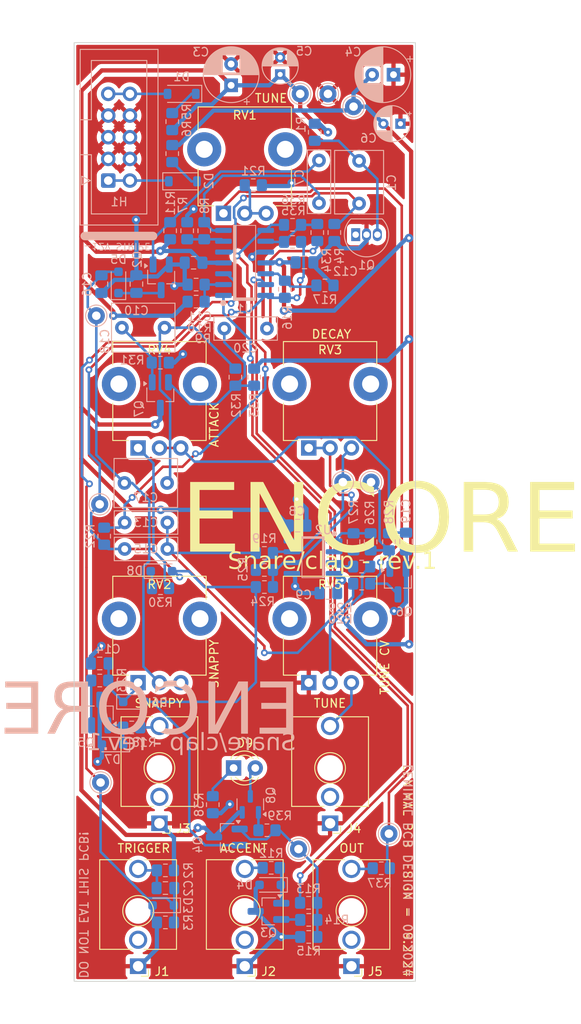
<source format=kicad_pcb>
(kicad_pcb (version 20240108) (generator "pcbnew") (generator_version "8.0")
  (layers (0 "F.Cu" signal) (31 "B.Cu" signal) (34 "B.Paste" user) (35 "F.Paste" user) (36 "B.SilkS" user "B.Silkscreen") (37 "F.SilkS" user "F.Silkscreen") (38 "B.Mask" user) (39 "F.Mask" user) (44 "Edge.Cuts" user))
  (net 0 "")
  (net 1 "+12V")
  (net 2 "GNDREF")
  (net 3 "-12V")
  (net 4 "Net-(D1-K)")
  (net 5 "Net-(D2-K)")
  (net 6 "Net-(D3-K)")
  (net 7 "Net-(U1B-+)")
  (net 8 "Net-(D5-K)")
  (net 9 "Net-(C7-Pad1)")
  (net 10 "Net-(D5-A)")
  (net 11 "Net-(D7-K)")
  (net 12 "Net-(C13-Pad2)")
  (net 13 "Net-(Q7-B)")
  (net 14 "Net-(Q7-E)")
  (net 15 "Net-(C20-Pad2)")
  (net 16 "Net-(D4-K)")
  (net 17 "Net-(D6-K)")
  (net 18 "Net-(D8-K)")
  (net 20 "Net-(J4-PadT)")
  (net 22 "Net-(J5-PadT)")
  (net 23 "Net-(Q1-E)")
  (net 24 "Net-(Q6-B)")
  (net 25 "Net-(Q6-C)")
  (net 26 "Net-(U1D-+)")
  (net 27 "Net-(U2B--)")
  (net 28 "Net-(R26-Pad2)")
  (net 29 "Net-(U2A--)")
  (net 30 "Net-(U2A-+)")
  (net 32 "Net-(U1C--)")
  (net 33 "Net-(U1D--)")
  (net 34 "Net-(U1A--)")
  (net 35 "Net-(U1B--)")
  (net 36 "Net-(C2-Pad1)")
  (net 37 "Net-(Q2-B)")
  (net 38 "Net-(D6-A)")
  (net 39 "Net-(C17-Pad2)")
  (net 40 "Net-(C19-Pad1)")
  (net 41 "Net-(D1-A)")
  (net 42 "Net-(D2-A)")
  (net 44 "Net-(J3-PadT)")
  (net 45 "Net-(Q3-E)")
  (net 46 "Net-(Q4-B)")
  (net 47 "Net-(Q5-E)")
  (net 48 "Net-(R13-Pad2)")
  (net 49 "Net-(R19-Pad2)")
  (net 50 "Net-(R21-Pad2)")
  (net 51 "Net-(R29-Pad2)")
  (net 52 "Net-(R30-Pad1)")
  (net 53 "Net-(R36-Pad2)")
  (net 55 "Net-(J2-PadT)")
  (net 57 "Net-(D9-A)")
  (net 58 "Net-(D9-K)")
  (net 59 "Net-(Q8-B)")
  (footprint "Synth:Potentiometer_TT_P0915N" (layer "F.Cu") (at 80 117.5)
    (property "Reference" "RV5")
    (property "Value" "B100K")
  )
  (footprint "Synth:Jack_3.5mm_QingPu_WQP-PJ398SM_Vertical_CircularHoles" (layer "F.Cu") (at 80 135 180)
    (property "Reference" "J4")
    (property "Value" "INPUT")
  )
  (footprint "Synth:Potentiometer_TT_P0915N" (layer "F.Cu") (at 80 90)
    (property "Reference" "RV3")
    (property "Value" "B250K")
  )
  (footprint "Synth:Jack_3.5mm_QingPu_WQP-PJ398SM_Vertical_CircularHoles" (layer "F.Cu") (at 60 135 180)
    (property "Reference" "J3")
    (property "Value" "INPUT")
  )
  (footprint "Synth:Potentiometer_TT_P0915N" (layer "F.Cu") (at 60 117.5)
    (property "Reference" "RV2")
    (property "Value" "A100K")
  )
  (footprint "Synth:Potentiometer_TT_P0915N" (layer "F.Cu") (at 70 62.5)
    (property "Reference" "RV1")
    (property "Value" "B5K")
  )
  (footprint "Synth:Potentiometer_TT_P0915N" (layer "F.Cu") (at 60 90)
    (property "Reference" "RV4")
    (property "Value" "B5K")
  )
  (footprint "Synth:Jack_3.5mm_QingPu_WQP-PJ398SM_Vertical_CircularHoles" (layer "F.Cu") (at 57.5 151.75 180)
    (property "Reference" "J1")
    (property "Value" "INPUT")
  )
  (footprint "Synth:Jack_3.5mm_QingPu_WQP-PJ398SM_Vertical_CircularHoles" (layer "F.Cu") (at 70 151.75 180)
    (property "Reference" "J2")
    (property "Value" "INPUT")
  )
  (footprint "Synth:Jack_3.5mm_QingPu_WQP-PJ398SM_Vertical_CircularHoles" (layer "F.Cu") (at 82.5 151.75 180)
    (property "Reference" "J5")
    (property "Value" "OUTPUT")
  )
  (footprint "Synth:LED_D3.0mm" (layer "F.Cu") (at 70 135)
    (property "Reference" "D9")
    (property "Value" "RED_OUT_20mA")
  )
  (footprint "Resistor_SMD:R_0805_2012Metric_Pad1.20x1.40mm_HandSolder" (layer "B.Cu") (at 68.9 89.2 90)
    (property "Reference" "R32")
    (property "Value" "22K")
  )
  (footprint "Resistor_SMD:R_0805_2012Metric_Pad1.20x1.40mm_HandSolder" (layer "B.Cu") (at 72.3 111.795)
    (property "Reference" "R25")
    (property "Value" "47K")
  )
  (footprint "Capacitor_THT:CP_Radial_D6.3mm_P2.50mm" (layer "B.Cu") (at 87.43238 53.75 180)
    (property "Reference" "C4")
    (property "Value" "47uF")
  )
  (footprint "Diode_SMD:D_SOD-123" (layer "B.Cu") (at 62.75 66.25)
    (property "Reference" "D2")
    (property "Value" "1N5819")
  )
  (footprint "Package_TO_SOT_SMD:SOT-23_Handsoldering" (layer "B.Cu") (at 60.1 91.3 -90)
    (property "Reference" "Q7")
    (property "Value" "BC848")
  )
  (footprint "Package_TO_SOT_SMD:SOT-23_Handsoldering" (layer "B.Cu") (at 67.9 143.1 180)
    (property "Reference" "Q4")
    (property "Value" "BC848")
  )
  (footprint "Capacitor_SMD:C_0805_2012Metric_Pad1.18x1.45mm_HandSolder" (layer "B.Cu") (at 53.2 78.3 -90)
    (property "Reference" "C16")
    (property "Value" "2.2nF")
  )
  (footprint "Resistor_SMD:R_0805_2012Metric_Pad1.20x1.40mm_HandSolder" (layer "B.Cu") (at 84.75 108.495 90)
    (property "Reference" "R26")
    (property "Value" "47K")
  )
  (footprint "Resistor_SMD:R_0805_2012Metric_Pad1.20x1.40mm_HandSolder" (layer "B.Cu") (at 56.75 130.25)
    (property "Reference" "R18")
    (property "Value" "1K")
  )
  (footprint "Capacitor_SMD:C_0805_2012Metric_Pad1.18x1.45mm_HandSolder" (layer "B.Cu") (at 60.7 149.07)
    (property "Reference" "C2")
    (property "Value" "10nF")
  )
  (footprint "Synth:C_RECT_WIMA_0.1uF" (layer "B.Cu") (at 78.7 68.8 90)
    (property "Reference" "C7")
    (property "Value" "33nF [film]")
  )
  (footprint "Capacitor_SMD:C_0805_2012Metric_Pad1.18x1.45mm_HandSolder" (layer "B.Cu") (at 64 75.79 180)
    (property "Reference" "C11")
    (property "Value" "0.1uF")
  )
  (footprint "Synth:C_RECT_WIMA_0.1uF" (layer "B.Cu") (at 60.925 109.335 180)
    (property "Reference" "C15")
    (property "Value" "33nF [film]")
  )
  (footprint "Resistor_SMD:R_0805_2012Metric_Pad1.20x1.40mm_HandSolder" (layer "B.Cu") (at 65.25 72.04 90)
    (property "Reference" "R8")
    (property "Value" "1M")
  )
  (footprint "Connector_Pin:Pin_D1.0mm_L10.0mm" (layer "B.Cu") (at 86.9 142.7 -90)
    (property "Reference" "TP11" (hide yes))
    (property "Value" "OUTPUT")
  )
  (footprint "Resistor_SMD:R_0805_2012Metric_Pad1.20x1.40mm_HandSolder" (layer "B.Cu") (at 86 146.75 180)
    (property "Reference" "R37")
    (property "Value" "1K")
  )
  (footprint "Diode_SMD:D_SOD-323_HandSoldering" (layer "B.Cu") (at 55.2 78.1 90)
    (property "Reference" "D5")
    (property "Value" "1N4148WS")
  )
  (footprint "Resistor_SMD:R_0805_2012Metric_Pad1.20x1.40mm_HandSolder" (layer "B.Cu") (at 60.125 113.935 180)
    (property "Reference" "R30")
    (property "Value" "1K")
  )
  (footprint "Capacitor_SMD:C_0805_2012Metric_Pad1.18x1.45mm_HandSolder" (layer "B.Cu") (at 79.8 114.5)
    (property "Reference" "C9")
    (property "Value" "0.1uF")
  )
  (footprint "Diode_SMD:D_SOD-323_HandSoldering" (layer "B.Cu") (at 72.98 148.7 180)
    (property "Reference" "D4")
    (property "Value" "1N4148WS")
  )
  (footprint "Capacitor_SMD:C_0805_2012Metric_Pad1.18x1.45mm_HandSolder" (layer "B.Cu") (at 53 122.75 180)
    (property "Reference" "C14")
    (property "Value" "470nF")
  )
  (footprint "Resistor_SMD:R_0805_2012Metric_Pad1.20x1.40mm_HandSolder" (layer "B.Cu") (at 53.525 107.835 -90)
    (property "Reference" "R22")
    (property "Value" "910K")
  )
  (footprint "Connector_Pin:Pin_D1.0mm_L10.0mm" (layer "B.Cu") (at 52.6 82 -90)
    (property "Reference" "TP9" (hide yes))
    (property "Value" "NOISE_OUT")
  )
  (footprint "Resistor_SMD:R_0805_2012Metric_Pad1.20x1.40mm_HandSolder" (layer "B.Cu") (at 64.3 78.35)
    (property "Reference" "R10")
    (property "Value" "33K")
  )
  (footprint "Resistor_SMD:R_0805_2012Metric_Pad1.20x1.40mm_HandSolder" (layer "B.Cu") (at 71 66.7 180)
    (property "Reference" "R21")
    (property "Value" "470R")
  )
  (footprint "Capacitor_THT:CP_Radial_D4.0mm_P2.00mm" (layer "B.Cu") (at 88.25 59.5 180)
    (property "Reference" "C6")
    (property "Value" "0.1uF")
  )
  (footprint "Diode_SMD:D_SOD-323_HandSoldering" (layer "B.Cu") (at 60.45 151.1 180)
    (property "Reference" "D3")
    (property "Value" "1N4148WS")
  )
  (footprint "Synth:C_RECT_WIMA_0.1uF" (layer "B.Cu") (at 55.925 106.235)
    (property "Reference" "C13")
    (property "Value" "33nF [film]")
  )
  (footprint "Connector_Pin:Pin_D1.0mm_L10.0mm" (layer "B.Cu") (at 82.75 57.5 180)
    (property "Reference" "TP5" (hide yes))
    (property "Value" "-12V")
  )
  (footprint "Capacitor_SMD:C_0805_2012Metric_Pad1.18x1.45mm_HandSolder" (layer "B.Cu") (at 76.2 106.595)
    (property "Reference" "C8")
    (property "Value" "0.1uF")
  )
  (footprint "Connector_Pin:Pin_D1.0mm_L10.0mm" (layer "B.Cu") (at 76.3 144.5 180)
    (property "Reference" "TP2" (hide yes))
    (property "Value" "TRIGGER")
  )
  (footprint "Resistor_SMD:R_0805_2012Metric_Pad1.20x1.40mm_HandSolder" (layer "B.Cu") (at 71.1 89.2 90)
    (property "Reference" "R33")
    (property "Value" "22K")
  )
  (footprint "Synth:C_RECT_MKT_1uF" (layer "B.Cu") (at 83.4 63.85 -90)
    (property "Reference" "C1")
    (property "Value" "1uF [film]")
  )
  (footprint "Capacitor_THT:CP_Radial_D6.3mm_P2.50mm" (layer "B.Cu") (at 68.4 55 90)
    (property "Reference" "C3")
    (property "Value" "47uF")
  )
  (footprint "Connector_Pin:Pin_D1.0mm_L10.0mm" (layer "B.Cu") (at 76.5 56 180)
    (property "Reference" "TP3" (hide yes))
    (property "Value" "+12V")
  )
  (footprint "Package_TO_SOT_THT:TO-92_Inline" (layer "B.Cu") (at 83 72.5)
    (property "Reference" "Q1")
    (property "Value" "BC548 [noisy]")
  )
  (footprint "Resistor_SMD:R_0805_2012Metric_Pad1.20x1.40mm_HandSolder" (layer "B.Cu") (at 73.1 146.7 180)
    (property "Reference" "R12")
    (property "Value" "1K")
  )
  (footprint "Resistor_SMD:R_0805_2012Metric_Pad1.20x1.40mm_HandSolder" (layer "B.Cu") (at 75.6 71.35 180)
    (property "Reference" "R36")
    (property "Value" "33K")
  )
  (footprint "Resistor_SMD:R_0805_2012Metric_Pad1.20x1.40mm_HandSolder" (layer "B.Cu") (at 77.48 150.8 180)
    (property "Reference" "R13")
    (property "Value" "100K")
  )
  (footprint "Synth:C_RECT_MKT_1uF" (layer "B.Cu") (at 60.6 83.4 180)
    (property "Reference" "C18")
    (property "Value" "1nF [film]")
  )
  (footprint "Resistor_SMD:R_0805_2012Metric_Pad1.20x1.40mm_HandSolder" (layer "B.Cu") (at 77.5 154.8)
    (property "Reference" "R15")
    (property "Value" "120K")
  )
  (footprint "Diode_SMD:D_SOD-323_HandSoldering" (layer "B.Cu") (at 54.5 132.25 180)
    (property "Reference" "D7")
    (property "Value" "1N4148WS")
  )
  (footprint "Resistor_SMD:R_0805_2012Metric_Pad1.20x1.40mm_HandSolder" (layer "B.Cu") (at 60.1 87.5)
    (property "Reference" "R31")
    (property "Value" "100K")
  )
  (footprint "Resistor_SMD:R_0805_2012Metric_Pad1.20x1.40mm_HandSolder" (layer "B.Cu") (at 72.3 109.795)
    (property "Reference" "R19")
    (property "Value" "470K")
  )
  (footprint "Diode_SMD:D_SOD-323_HandSoldering" (layer "B.Cu") (at 60.225 111.935)
    (property "Reference" "D8")
    (property "Value" "1N4148WS")
  )
  (footprint "Capacitor_THT:CP_Radial_D4.0mm_P2.00mm" (layer "B.Cu") (at 74.15 53.7226 90)
    (property "Reference" "C5")
    (property "Value" "0.1uF")
  )
  (footprint "Diode_SMD:D_SOD-323_HandSoldering" (layer "B.Cu") (at 57 127.25)
    (property "Reference" "D6")
    (property "Value" "1N4148WS")
  )
  (footprint "Resistor_SMD:R_0805_2012Metric_Pad1.20x1.40mm_HandSolder" (layer "B.Cu") (at 66.25 139.3 90)
    (property "Reference" "R38")
    (property "Value" "470R")
  )
  (footprint "Connector_Pin:Pin_D1.0mm_L10.0mm" (layer "B.Cu") (at 53.1 136.7)
    (property "Reference" "TP1" (hide yes))
    (property "Value" "TRIG_IN")
  )
  (footprint "Resistor_SMD:R_0805_2012Metric_Pad1.20x1.40mm_HandSolder" (layer "B.Cu") (at 61.25 72.04 -90)
    (property "Reference" "R11")
    (property "Value" "1M")
  )
  (footprint "Synth:SOIC-8" (layer "B.Cu") (at 78 110.295 180)
    (property "Reference" "U2")
    (property "Value" "TL072")
  )
  (footprint "Resistor_SMD:R_0805_2012Metric_Pad1.20x1.40mm_HandSolder" (layer "B.Cu") (at 83.7 111.395)
    (property "Reference" "R29")
    (property "Value" "1K")
  )
  (footprint "Resistor_SMD:R_0805_2012Metric_Pad1.20x1.40mm_HandSolder" (layer "B.Cu") (at 74.7 78.9 -90)
    (property "Reference" "R16")
    (property "Value" "10K")
  )
  (footprint "Synth:C_RECT_WIMA_0.1uF" (layer "B.Cu") (at 67.6 83.5)
    (property "Reference" "C20")
    (property "Value" "10nF [film]")
  )
  (footprint "Resistor_SMD:R_0805_2012Metric_Pad1.20x1.40mm_HandSolder" (layer "B.Cu") (at 78.5 72.25 90)
    (property "Reference" "R34")
    (property "Value" "10K")
  )
  (footprint "Connector_Pin:Pin_D1.0mm_L10.0mm" (layer "B.Cu") (at 53 104.1 180)
    (property "Reference" "TP10" (hide yes))
    (property "Value" "TUNE_INPUT")
  )
  (footprint "Resistor_SMD:R_0805_2012Metric_Pad1.20x1.40mm_HandSolder" (layer "B.Cu") (at 61.5 59.25 -90)
    (property "Reference" "R5")
    (property "Value" "10R")
  )
  (footprint "Resistor_SMD:R_0805_2012Metric_Pad1.20x1.40mm_HandSolder" (layer "B.Cu") (at 83.7 113.395 180)
    (property "Reference" "R20")
    (property "Value" "330R")
  )
  (footprint "Capacitor_SMD:C_0805_2012Metric_Pad1.18x1.45mm_HandSolder" (layer "B.Cu") (at 88.9 108.4575 -90)
    (property "Reference" "C19")
    (property "Value" "470nF")
  )
  (footprint "Capacitor_SMD:C_0805_2012Metric_Pad1.18x1.45mm_HandSolder" (layer "B.Cu") (at 57.3 78.2875 90)
    (property "Reference" "C10")
    (property "Value" "2.2nF")
  )
  (footprint "Synth:C_RECT_MKT_1uF" (layer "B.Cu") (at 55.9 101.6)
    (property "Reference" "C17")
    (property "Value" "1nF [film]")
  )
  (footprint "Resistor_SMD:R_0805_2012Metric_Pad1.20x1.40mm_HandSolder" (layer "B.Cu") (at 61.5 63 90)
    (property "Reference" "R6")
    (property "Value" "10R")
  )
  (footprint "Resistor_SMD:R_0805_2012Metric_Pad1.20x1.40mm_HandSolder" (layer "B.Cu") (at 86.9 108.495 90)
    (property "Reference" "R28")
    (property "Value" "27K")
  )
  (footprint "Capacitor_SMD:C_0805_2012Metric_Pad1.18x1.45mm_HandSolder" (layer "B.Cu") (at 77 75.75 180)
    (property "Reference" "C12")
    (property "Value" "0.1uF")
  )
  (footprint "Synth:IDC-Header_2x05_P2.54mm_Vertical" (layer "B.Cu") (at 54 66.16)
    (property "Reference" "H1")
    (property "Value" "Conn_02x05_PWR_Eurorack")
  )
  (footprint "Resistor_SMD:R_0805_2012Metric_Pad1.20x1.40mm_HandSolder" (layer "B.Cu") (at 53 124.75 180)
    (property "Reference" "R23")
    (property "Value" "22K")
  )
  (footprint "Connector_Pin:Pin_D1.0mm_L10.0mm" (layer "B.Cu") (at 81.5 101.5 180)
    (property "Reference" "TP7" (hide yes))
    (property "Value" "DECAY")
  )
  (footprint "Resistor_SMD:R_0805_2012Metric_Pad1.20x1.40mm_HandSolder" (layer "B.Cu") (at 72.6 142.3 180)
    (property "Reference" "R39")
    (property "Value" "22K")
  )
  (footprint "Resistor_SMD:R_0805_2012Metric_Pad1.20x1.40mm_HandSolder" (layer "B.Cu") (at 64.3 80.35 180)
    (property "Reference" "R9")
    (property "Value" "100K")
  )
  (footprint "Diode_SMD:D_SOD-123" (layer "B.Cu") (at 62.6 56 180)
    (property "Reference" "D1")
    (property "Value" "1N5819")
  )
  (footprint "Resistor_SMD:R_0805_2012Metric_Pad1.20x1.40mm_HandSolder" (layer "B.Cu") (at 79.4 78.45)
    (property "Reference" "R17")
    (property "Value" "1K")
  )
  (footprint "Resistor_SMD:R_0805_2012Metric_Pad1.20x1.40mm_HandSolder" (layer "B.Cu") (at 77.5 152.8 180)
    (property "Reference" "R14")
    (property "Value" "22K")
  )
  (footprint "Resistor_SMD:R_0805_2012Metric_Pad1.20x1.40mm_HandSolder" (layer "B.Cu") (at 80.5 72.25 -90)
    (property "Reference" "R4")
    (property "Value" "100K")
  )
  (footprint "Package_TO_SOT_SMD:SOT-23_Handsoldering" (layer "B.Cu") (at 72.78 151.8 180)
    (property "Reference" "Q3")
    (property "Value" "BC858")
  )
  (footprint "Resistor_SMD:R_0805_2012Metric_Pad1.20x1.40mm_HandSolder" (layer "B.Cu") (at 63.25 72.04 -90)
    (property "Reference" "R7")
    (property "Value" "22K")
  )
  (footprint "Resistor_SMD:R_0805_2012Metric_Pad1.20x1.40mm_HandSolder" (layer "B.Cu") (at 78.2 60.5 -90)
    (property "Reference" "R1")
    (property "Value" "100K")
  )
  (footprint "Package_TO_SOT_SMD:SOT-23_Handsoldering" (layer "B.Cu") (at 87.95 113.16 -90)
    (property "Reference" "Q6")
    (property "Value" "BC848")
  )
  (footprint "Resistor_SMD:R_0805_2012Metric_Pad1.20x1.40mm_HandSolder" (layer "B.Cu") (at 75.6 73.35)
    (property "Reference" "R35")
    (property "Value" "100K")
  )
  (footprint "Resistor_SMD:R_0805_2012Metric_Pad1.20x1.40mm_HandSolder" (layer "B.Cu") (at 60.7 147)
    (property "Reference" "R2")
    (property "Value" "100K")
  )
  (footprint "Resistor_SMD:R_0805_2012Metric_Pad1.20x1.40mm_HandSolder" (layer "B.Cu") (at 82.75 108.495 -90)
    (property "Reference" "R27")
    (property "Value" "1K")
  )
  (footprint "Package_TO_SOT_SMD:SOT-23_Handsoldering" (layer "B.Cu") (at 53 128.5 90)
    (property "Reference" "Q5")
    (property "Value" "BC858")
  )
  (footprint "Connector_Pin:Pin_D1.0mm_L10.0mm" (layer "B.Cu") (at 84.8 101.5 180)
    (property "Reference" "TP8" (hide yes))
    (property "Value" "TUNE_CV")
  )
  (footprint "Resistor_SMD:R_0805_2012Metric_Pad1.20x1.40mm_HandSolder" (layer "B.Cu") (at 72.3 113.795 180)
    (property "Reference" "R24")
    (property "Value" "47K")
  )
  (footprint "Resistor_SMD:R_0805_2012Metric_Pad1.20x1.40mm_HandSolder" (layer "B.Cu") (at 60.7 153.1 180)
    (property "Reference" "R3")
    (property "Value" "39K")
  )
  (footprint "Synth:SOIC-14" (layer "B.Cu") (at 69.975 75.81)
    (property "Reference" "U1")
    (property "Value" "TL074")
  )
  (footprint "Package_TO_SOT_SMD:SOT-23_Handsoldering" (layer "B.Cu") (at 60.2 77.5 -90)
    (property "Reference" "Q2")
    (property "Value" "BC848")
  )
  (footprint "Package_TO_SOT_SMD:SOT-23" (layer "B.Cu") (at 70.65 139.2625 90)
    (property "Reference" "Q8")
    (property "Value" "BC848")
  )
  (footprint "Connector_Pin:Pin_D1.0mm_L10.0mm" (layer "B.Cu") (at 79.75 56 180)
    (property "Reference" "TP4" (hide yes))
    (property "Value" "GND")
  )
  (gr_rect (start 50 50) (end 90 160) (stroke (width 0.1)) (fill none) (layer "Edge.Cuts"))
  (gr_text "DO NOT EAT THIS PCB!" (at 50.5 159.75 -90) (layer "B.SilkS") (effects (font (size 1 1)) (justify left bottom mirror)))
  (gr_text "LENIMAL PCB DESIGN - 09.2024" (at 89.75 147 90) (layer "B.SilkS") (effects (font (size 1 1)) (justify bottom mirror)))
  (gr_text "ENCORE" (at 76.5 132 0) (layer "B.SilkS") (effects (font (size 6 6)) (justify left bottom mirror)))
  (gr_text "Snare/clap - rev.1" (at 76 133.25 -0) (layer "B.SilkS") (effects (font (size 2 2)) (justify left bottom mirror)))
  (gr_text "LENIMAL PCB DESIGN - 09.2024" (at 88.5 147 -90) (layer "F.SilkS") (effects (font (size 1 1)) (justify bottom)))
  (gr_text "TRIGGER" (at 55 145 0) (layer "F.SilkS") (effects (font (size 1 1)) (justify left bottom)))
  (gr_text "Snare/clap - rev.1" (at 68 112 0) (layer "F.SilkS") (effects (font (size 2 2)) (justify left bottom)))
  (gr_text "SNAPPY" (at 67 125.75 90) (layer "F.SilkS") (effects (font (size 1 1)) (justify left bottom)))
  (gr_text "TUNE CV" (at 87 126.5 90) (layer "F.SilkS") (effects (font (size 1 1)) (justify left bottom)))
  (gr_text "TUNE" (at 71.1 57.1 0) (layer "F.SilkS") (effects (font (size 1 1)) (justify left bottom)))
  (gr_text "OUT" (at 81 145 0) (layer "F.SilkS") (effects (font (size 1 1)) (justify left bottom)))
  (gr_text "SNAPPY" (at 57 128 0) (layer "F.SilkS") (effects (font (size 1 1)) (justify left bottom)))
  (gr_text "TUNE" (at 78 128 0) (layer "F.SilkS") (effects (font (size 1 1)) (justify left bottom)))
  (gr_text "ENCORE" (at 62.5 111 0) (layer "F.SilkS") (effects (font (size 8 8)) (justify left bottom)))
  (gr_text "ACCENT" (at 67 145 0) (layer "F.SilkS") (effects (font (size 1 1)) (justify left bottom)))
  (gr_text "DECAY" (at 77.75 84.75 0) (layer "F.SilkS") (effects (font (size 1 1)) (justify left bottom)))
  (gr_text "ATTACK" (at 67 97.5 90) (layer "F.SilkS") (effects (font (size 1 1)) (justify left bottom)))
  (segment (start 63.655 142.845) (end 64.5 142) (width 0.5) (layer "F.Cu") (net 1))
  (segment (start 54.6 82) (end 54.6 81.5) (width 0.5) (layer "F.Cu") (net 1))
  (segment (start 56.85 104.75) (end 50.85 98.75) (width 0.5) (layer "F.Cu") (net 1))
  (segment (start 66.65 53.25) (end 53.25 53.25) (width 0.5) (layer "F.Cu") (net 1))
  (segment (start 52.6 74.5) (end 50.85 72.75) (width 0.5) (layer "F.Cu") (net 1))
  (segment (start 50.85 77.75) (end 50.85 92.75) (width 0.5) (layer "F.Cu") (net 1))
  (segment (start 50.85 92.75) (end 50.85 98.75) (width 0.5) (layer "F.Cu") (net 1))
  (segment (start 50.85 55.65) (end 50.85 72.75) (width 0.5) (layer "F.Cu") (net 1))
  (segment (start 79.75 60.5) (end 79.25 60.5) (width 0.5) (layer "F.Cu") (net 1))
  (segment (start 68.4 55) (end 66.65 53.25) (width 0.5) (layer "F.Cu") (net 1))
  (segment (start 60.010605 74.5) (end 52.6 74.5) (width 0.5) (layer "F.Cu") (net 1))
  (segment (start 55 141.75) (end 56.095 142.845) (width 0.5) (layer "F.Cu") (net 1))
  (segment (start 79.25 60.5) (end 76.5 57.75) (width 0.5) (layer "F.Cu") (net 1))
  (segment (start 60.1 74.410605) (end 60.010605 74.5) (width 0.5) (layer "F.Cu") (net 1))
  (segment (start 59.5 94.75) (end 52.85 94.75) (width 0.5) (layer "F.Cu") (net 1))
  (segment (start 53.25 53.25) (end 50.85 55.65) (width 0.5) (layer "F.Cu") (net 1))
  (segment (start 50.85 98.75) (end 50.85 137.6) (width 0.5) (layer "F.Cu") (net 1))
  (segment (start 76.5 57.75) (end 76.5 56) (width 0.5) (layer "F.Cu") (net 1))
  (segment (start 50.85 72.75) (end 50.85 77.75) (width 0.5) (layer "F.Cu") (net 1))
  (segment (start 60.15 104.75) (end 56.85 104.75) (width 0.5) (layer "F.Cu") (net 1))
  (segment (start 50.85 137.6) (end 55 141.75) (width 0.5) (layer "F.Cu") (net 1))
  (segment (start 52.85 94.75) (end 50.85 92.75) (width 0.5) (layer "F.Cu") (net 1))
  (segment (start 54.6 81.5) (end 50.85 77.75) (width 0.5) (layer "F.Cu") (net 1))
  (segment (start 56.095 142.845) (end 63.655 142.845) (width 0.5) (layer "F.Cu") (net 1))
  (via (at 64.5 142) (size 1) (drill 0.4) (layers "F.Cu" "B.Cu") (net 1))
  (via (at 60.1 74.410605) (size 1) (drill 0.4) (layers "F.Cu" "B.Cu") (net 1))
  (via (at 59.5 94.75) (size 1) (drill 0.4) (layers "F.Cu" "B.Cu") (net 1))
  (via (at 79.75 60.5) (size 1) (drill 0.4) (layers "F.Cu" "B.Cu") (net 1))
  (via (at 54.6 82) (size 1) (drill 0.4) (layers "F.Cu" "B.Cu") (net 1))
  (via (at 60.15 104.75) (size 1) (drill 0.4) (layers "F.Cu" "B.Cu") (net 1))
  (segment (start 64.5 142) (end 65.3 142) (width 0.5) (layer "B.Cu") (net 1))
  (segment (start 69.3 140.2) (end 69.7 140.2) (width 0.5) (layer "B.Cu") (net 1))
  (segment (start 63.658105 74.410605) (end 65.0375 75.79) (width 0.5) (layer "B.Cu") (net 1))
  (segment (start 60.1 92.8) (end 60.1 94.15) (width 0.5) (layer "B.Cu") (net 1))
  (segment (start 54.6 82) (end 61.65 82) (width 0.5) (layer "B.Cu") (net 1))
  (segment (start 74.15 53.7226) (end 74.2226 53.7226) (width 0.5) (layer "B.Cu") (net 1))
  (segment (start 68.4 55) (end 72.8726 55) (width 0.5) (layer "B.Cu") (net 1))
  (segment (start 74.2226 53.7226) (end 76.5 56) (width 0.5) (layer "B.Cu") (net 1))
  (segment (start 61.25 73.04) (end 61.25 73.260605) (width 0.5) (layer "B.Cu") (net 1))
  (segment (start 72.8726 55) (end 74.15 53.7226) (width 0.5) (layer "B.Cu") (net 1))
  (segment (start 61.25 73.260605) (end 60.1 74.410605) (width 0.5) (layer "B.Cu") (net 1))
  (segment (start 60.1 74.410605) (end 63.658105 74.410605) (width 0.5) (layer "B.Cu") (net 1))
  (segment (start 61.65 82) (end 63.3 80.35) (width 0.5) (layer "B.Cu") (net 1))
  (segment (start 75.1625 108.0275) (end 75.525 108.39) (width 0.5) (layer "B.Cu") (net 1))
  (segment (start 67.48 75.79) (end 67.5 75.81) (width 0.5) (layer "B.Cu") (net 1))
  (segment (start 61.5 60.25) (end 64.5 57.25) (width 0.5) (layer "B.Cu") (net 1))
  (segment (start 60.1 94.15) (end 59.5 94.75) (width 0.5) (layer "B.Cu") (net 1))
  (segment (start 78.2 59.5) (end 78.75 59.5) (width 0.5) (layer "B.Cu") (net 1))
  (segment (start 64.5 57.25) (end 66.15 57.25) (width 0.5) (layer "B.Cu") (net 1))
  (segment (start 65.0375 75.79) (end 67.48 75.79) (width 0.5) (layer "B.Cu") (net 1))
  (segment (start 66.15 57.25) (end 68.4 55) (width 0.5) (layer "B.Cu") (net 1))
  (segment (start 75.1625 106.595) (end 75.1625 108.0275) (width 0.5) (layer "B.Cu") (net 1))
  (segment (start 78.75 59.5) (end 79.75 60.5) (width 0.5) (layer "B.Cu") (net 1))
  (segment (start 66.4 143.1) (end 69.3 140.2) (width 0.5) (layer "B.Cu") (net 1))
  (segment (start 60.15 104.75) (end 73.3175 104.75) (width 0.5) (layer "B.Cu") (net 1))
  (segment (start 73.3175 104.75) (end 75.1625 106.595) (width 0.5) (layer "B.Cu") (net 1))
  (segment (start 65.3 142) (end 66.4 143.1) (width 0.5) (layer "B.Cu") (net 1))
  (via (at 76.1 103.5) (size 1) (drill 0.4) (layers "F.Cu" "B.Cu") (net 2))
  (via (at 75.5 66.45) (size 1) (drill 0.4) (layers "F.Cu" "B.Cu") (net 2))
  (via (at 70.86791 75.1) (size 1) (drill 0.4) (layers "F.Cu" "B.Cu") (net 2))
  (via (at 64 69.5) (size 1) (drill 0.4) (layers "F.Cu" "B.Cu") (net 2))
  (via (at 68.25 139.25) (size 1) (drill 0.4) (layers "F.Cu" "B.Cu") (net 2))
  (via (at 57.25 70.75) (size 1) (drill 0.4) (layers "F.Cu" "B.Cu") (net 2))
  (via (at 53.2 120.7) (size 1) (drill 0.4) (layers "F.Cu" "B.Cu") (net 2))
  (via (at 87.5 116.6) (size 1) (drill 0.4) (layers "F.Cu" "B.Cu") (net 2))
  (via (at 62.75 86.5) (size 1) (drill 0.4) (layers "F.Cu" "B.Cu") (net 2))
  (via (at 52.75 134.25) (size 1) (drill 0.4) (layers "F.Cu" "B.Cu") (net 2))
  (via (at 75.9 113.7) (size 1) (drill 0.4) (layers "F.Cu" "B.Cu") (net 2))
  (via (at 61.75 78.5) (size 1) (drill 0.4) (layers "F.Cu" "B.Cu") (net 2))
  (via (at 74.28 154.8) (size 1) (drill 0.4) (layers "F.Cu" "B.Cu") (net 2))
  (segment (start 77.2375 104.6375) (end 76.1 103.5) (width 0.5) (layer "B.Cu") (net 2))
  (segment (start 53 127) (end 53 132) (width 0.5) (layer "B.Cu") (net 2))
  (segment (start 57.67 158.23) (end 57.5 158.23) (width 0.5) (layer "B.Cu") (net 2))
  (segment (start 88.9 109.595) (end 89 109.495) (width 0.5) (layer "B.Cu") (net 2))
  (segment (start 61.1 87.5) (end 61.75 87.5) (width 0.5) (layer "B.Cu") (net 2))
  (segment (start 75.5 66.45) (end 75.15 66.8) (width 0.5) (layer "B.Cu") (net 2))
  (segment (start 61.9 78.35) (end 61.75 78.5) (width 0.5) (layer "B.Cu") (net 2))
  (segment (start 61.15 76) (end 59.75 77.4) (width 0.5) (layer "B.Cu") (net 2))
  (segment (start 75.9 113.7) (end 76.7 114.5) (width 0.5) (layer "B.Cu") (net 2))
  (segment (start 70.17 158.23) (end 70 158.23) (width 0.5) (layer "B.Cu") (net 2))
  (segment (start 57.45 77.4) (end 57.3 77.25) (width 0.5) (layer "B.Cu") (net 2))
  (segment (start 59.2 152.6) (end 59.7 153.1) (width 0.5) (layer "B.Cu") (net 2))
  (segment (start 67.2 140.3) (end 68.25 139.25) (width 0.5) (layer "B.Cu") (net 2))
  (segment (start 76.7 114.5) (end 78.7625 114.5) (width 0.5) (layer "B.Cu") (net 2))
  (segment (start 56.75 77.8) (end 54.7375 77.8) (width 0.5) (layer "B.Cu") (net 2))
  (segment (start 78.0375 76.0875) (end 80.4 78.45) (width 0.5) (layer "B.Cu") (net 2))
  (segment (start 53.25 132.25) (end 53.25 133.75) (width 0.5) (layer "B.Cu") (net 2))
  (segment (start 53 132) (end 53.25 132.25) (width 0.5) (layer "B.Cu") (net 2))
  (segment (start 72.1 66.8) (end 72 66.7) (width 0.5) (layer "B.Cu") (net 2))
  (segment (start 57.3 77.25) (end 56.75 77.8) (width 0.5) (layer "B.Cu") (net 2))
  (segment (start 83.4 74.1) (end 84.27 73.23) (width 0.5) (layer "B.Cu") (net 2))
  (segment (start 61.75 87.5) (end 62.75 86.5) (width 0.5) (layer "B.Cu") (net 2))
  (segment (start 62.9625 75.79) (end 62.9625 78.0125) (width 0.5) (layer "B.Cu") (net 2))
  (segment (start 66.25 140.3) (end 67.2 140.3) (width 0.5) (layer "B.Cu") (net 2))
  (segment (start 59.75 77.4) (end 57.45 77.4) (width 0.5) (layer "B.Cu") (net 2))
  (segment (start 81.35 74.1) (end 83.4 74.1) (width 0.5) (layer "B.Cu") (net 2))
  (segment (start 57.3 70.8) (end 57.25 70.75) (width 0.5) (layer "B.Cu") (net 2))
  (segment (start 53.25 133.75) (end 52.75 134.25) (width 0.5) (layer "B.Cu") (net 2))
  (segment (start 61.7 147) (end 61.7 143.18) (width 0.5) (layer "B.Cu") (net 2))
  (segment (start 53.2 120.7) (end 51.9625 121.9375) (width 0.5) (layer "B.Cu") (net 2))
  (segment (start 59.2 151.1) (end 59.2 152.6) (width 0.5) (layer "B.Cu") (net 2))
  (segment (start 75.9 112.575) (end 75.9 113.7) (width 0.5) (layer "B.Cu") (net 2))
  (segment (start 71.28 151.8) (end 71.28 149.15) (width 0.5) (layer "B.Cu") (net 2))
  (segment (start 51.9625 121.9375) (end 51.9625 122.75) (width 0.5) (layer "B.Cu") (net 2))
  (segment (start 88.9 111.66) (end 88.9 109.595) (width 0.5) (layer "B.Cu") (net 2))
  (segment (start 63.3 78.35) (end 61.9 78.35) (width 0.5) (layer "B.Cu") (net 2))
  (segment (start 54.7375 77.8) (end 53.2 79.3375) (width 0.5) (layer "B.Cu") (net 2))
  (segment (start 80.5 73.25) (end 80.5 73.2875) (width 0.5) (layer "B.Cu") (net 2))
  (segment (start 59.7 156.2) (end 57.67 158.23) (width 0.5) (layer "B.Cu") (net 2))
  (segment (start 70.86791 75.1) (end 71.42791 74.54) (width 0.5) (layer "B.Cu") (net 2))
  (segment (start 61.15 76) (end 62.7525 76) (width 0.5) (layer "B.Cu") (net 2))
  (segment (start 75.15 66.8) (end 72.1 66.8) (width 0.5) (layer "B.Cu") (net 2))
  (segment (start 80.5 73.25) (end 81.35 74.1) (width 0.5) (layer "B.Cu") (net 2))
  (segment (start 76.5 154.8) (end 74.28 154.8) (width 0.5) (layer "B.Cu") (net 2))
  (segment (start 74.28 154.8) (end 71.28 151.8) (width 0.5) (layer "B.Cu") (net 2))
  (segment (start 73.6 154.8) (end 70.17 158.23) (width 0.5) (layer "B.Cu") (net 2))
  (segment (start 62.7525 76) (end 62.9625 75.79) (width 0.5) (layer "B.Cu") (net 2))
  (segment (start 80.5 73.2875) (end 78.0375 75.75) (width 0.5) (layer "B.Cu") (net 2))
  (segment (start 61.7 143.18) (end 60 141.48) (width 0.5) (layer "B.Cu") (net 2))
  (segment (start 71.28 149.15) (end 71.73 148.7) (width 0.5) (layer "B.Cu") (net 2))
  (segment (start 84.27 73.23) (end 84.27 72.5) (width 0.5) (layer "B.Cu") (net 2))
  (segment (start 78.0375 75.75) (end 78.0375 76.0875) (width 0.5) (layer "B.Cu") (net 2))
  (segment (start 87.5 116.6) (end 87.88478 116.6) (width 0.5) (layer "B.Cu") (net 2))
  (segment (start 64 69.5) (end 63.25 70.25) (width 0.5) (layer "B.Cu") (net 2))
  (segment (start 62.9625 78.0125) (end 63.3 78.35) (width 0.5) (layer "B.Cu") (net 2))
  (segment (start 57.3 77.25) (end 57.3 70.8) (width 0.5) (layer "B.Cu") (net 2))
  (segment (start 63.25 70.25) (end 63.25 71.04) (width 0.5) (layer "B.Cu") (net 2))
  (segment (start 87.88478 116.6) (end 88.9 115.58478) (width 0.5) (layer "B.Cu") (net 2))
  (segment (start 88.9 115.58478) (end 88.9 111.66) (width 0.5) (layer "B.Cu") (net 2))
  (segment (start 74.28 154.8) (end 73.6 154.8) (width 0.5) (layer "B.Cu") (net 2))
  (segment (start 59.7 153.1) (end 59.7 156.2) (width 0.5) (layer "B.Cu") (net 2))
  (segment (start 75.525 112.2) (end 75.9 112.575) (width 0.5) (layer "B.Cu") (net 2))
  (segment (start 77.2375 106.595) (end 77.2375 104.6375) (width 0.5) (layer "B.Cu") (net 2))
  (segment (start 71.42791 74.54) (end 72.45 74.54) (width 0.5) (layer "B.Cu") (net 2))
  (segment (start 89.25 84.75) (end 89.5 84.75) (width 0.5) (layer "F.Cu") (net 3))
  (segment (start 89.5 72.9) (end 89.5 73.25) (width 0.5) (layer "F.Cu") (net 3))
  (segment (start 74.6 76.25) (end 74.069149 75.719149) (width 0.5) (layer "F.Cu") (net 3))
  (segment (start 89.5 120.25) (end 89.5 84.75) (width 0.5) (layer "F.Cu") (net 3))
  (segment (start 89.25 120.5) (end 89.5 120.25) (width 0.5) (layer "F.Cu") (net 3))
  (segment (start 81.870191 117.670191) (end 81.870191 113.470191) (width 0.5) (layer "F.Cu") (net 3))
  (segment (start 89.5 62.75) (end 89.5 72.9) (width 0.5) (layer "F.Cu") (net 3))
  (segment (start 81.870191 113.470191) (end 81.4 113) (width 0.5) (layer "F.Cu") (net 3))
  (segment (start 86.25 59.5) (end 89.5 62.75) (width 0.5) (layer "F.Cu") (net 3))
  (segment (start 89.5 73.25) (end 89.5 84.75) (width 0.5) (layer "F.Cu") (net 3))
  (segment (start 89.25 72.9) (end 89.5 72.9) (width 0.5) (layer "F.Cu") (net 3))
  (segment (start 74.6 81.4) (end 74.6 76.25) (width 0.5) (layer "F.Cu") (net 3))
  (via (at 81.870191 117.670191) (size 1) (drill 0.4) (layers "F.Cu" "B.Cu") (net 3))
  (via (at 89.25 84.75) (size 1) (drill 0.4) (layers "F.Cu" "B.Cu") (net 3))
  (via (at 81.4 113) (size 1) (drill 0.4) (layers "F.Cu" "B.Cu") (net 3))
  (via (at 74.6 81.4) (size 1) (drill 0.4) (layers "F.Cu" "B.Cu") (net 3))
  (via (at 74.069149 75.719149) (size 1) (drill 0.4) (layers "F.Cu" "B.Cu") (net 3))
  (via (at 89.25 120.5) (size 1) (drill 0.4) (layers "F.Cu" "B.Cu") (net 3))
  (via (at 89.25 72.9) (size 1) (drill 0.4) (layers "F.Cu" "B.Cu") (net 3))
  (segment (start 81.4 113) (end 80.8375 113.5625) (width 0.5) (layer "B.Cu") (net 3))
  (segment (start 81.870191 118.085015) (end 81.870191 117.670191) (width 0.5) (layer "B.Cu") (net 3))
  (segment (start 89.25 72.9) (end 89 72.9) (width 0.5) (layer "B.Cu") (net 3))
  (segment (start 84.25 57.5) (end 86.25 59.5) (width 0.5) (layer "B.Cu") (net 3))
  (segment (start 86.75 87.25) (end 72.05 87.25) (width 0.5) (layer "B.Cu") (net 3))
  (segment (start 80.8375 113.5625) (end 80.8375 114.5) (width 0.5) (layer "B.Cu") (net 3))
  (segment (start 82.75 57.5) (end 82.75 55.93238) (width 0.5) (layer "B.Cu") (net 3))
  (segment (start 75.9625 75.75) (end 72.51 75.75) (width 0.5) (layer "B.Cu") (net 3))
  (segment (start 61.5 62) (end 62.285176 62) (width 0.5) (layer "B.Cu") (net 3))
  (segment (start 81.4 113) (end 81.275 113) (width 0.5) (layer "B.Cu") (net 3))
  (segment (start 72.51 75.75) (end 72.45 75.81) (width 0.5) (layer "B.Cu") (net 3))
  (segment (start 81.275 113) (end 80.475 112.2) (width 0.5) (layer "B.Cu") (net 3))
  (segment (start 89.25 120.5) (end 84.285176 120.5) (width 0.5) (layer "B.Cu") (net 3))
  (segment (start 66.335176 57.95) (end 82.3 57.95) (width 0.5) (layer "B.Cu") (net 3))
  (segment (start 80.5 81.4) (end 74.6 81.4) (width 0.5) (layer "B.Cu") (net 3))
  (segment (start 62.285176 62) (end 66.335176 57.95) (width 0.5) (layer "B.Cu") (net 3))
  (segment (start 82.75 57.5) (end 84.25 57.5) (width 0.5) (layer "B.Cu") (net 3))
  (segment (start 89 72.9) (end 80.5 81.4) (width 0.5) (layer "B.Cu") (net 3))
  (segment (start 82.3 57.95) (end 82.75 57.5) (width 0.5) (layer "B.Cu") (net 3))
  (segment (start 82.75 55.93238) (end 84.93238 53.75) (width 0.5) (layer "B.Cu") (net 3))
  (segment (start 84.285176 120.5) (end 81.870191 118.085015) (width 0.5) (layer "B.Cu") (net 3))
  (segment (start 72.05 87.25) (end 71.1 88.2) (width 0.5) (layer "B.Cu") (net 3))
  (segment (start 89.25 84.75) (end 86.75 87.25) (width 0.5) (layer "B.Cu") (net 3))
  (segment (start 61.5 58.25) (end 63.75 56) (width 0.3) (layer "B.Cu") (net 4))
  (segment (start 63.75 56) (end 64.25 56) (width 0.3) (layer "B.Cu") (net 4))
  (segment (start 61.01 66.16) (end 61.1 66.25) (width 0.3) (layer "B.Cu") (net 5))
  (segment (start 56.54 66.16) (end 61.01 66.16) (width 0.3) (layer "B.Cu") (net 5))
  (segment (start 54 66.16) (end 56.54 66.16) (width 0.3) (layer "B.Cu") (net 5))
  (segment (start 53.9 85.1) (end 51.8 87.2) (width 0.3) (layer "F.Cu") (net 6))
  (segment (start 53.1 136.7) (end 51.45 135.05) (width 0.3) (layer "F.Cu") (net 6))
  (segment (start 61.5 85.1) (end 53.9 85.1) (width 0.3) (layer "F.Cu") (net 6))
  (segment (start 66.2 80.4) (end 61.5 85.1) (width 0.3) (layer "F.Cu") (net 6))
  (segment (start 68.395476 80.570274) (end 68.225202 80.4) (width 0.3) (layer "F.Cu") (net 6))
  (segment (start 51.45 102.05) (end 51.8 101.7) (width 0.3) (layer "F.Cu") (net 6))
  (segment (start 68.225202 80.4) (end 66.2 80.4) (width 0.3) (layer "F.Cu") (net 6))
  (segment (start 51.45 135.05) (end 51.45 111.5) (width 0.3) (layer "F.Cu") (net 6))
  (segment (start 51.45 111.5) (end 51.45 102.05) (width 0.3) (layer "F.Cu") (net 6))
  (via (at 51.8 87.2) (size 0.8) (drill 0.4) (layers "F.Cu" "B.Cu") (net 6))
  (via (at 51.8 101.7) (size 0.8) (drill 0.4) (layers "F.Cu" "B.Cu") (net 6))
  (via (at 68.395476 80.570274) (size 0.8) (drill 0.4) (layers "F.Cu" "B.Cu") (net 6))
  (segment (start 50.9 100.8) (end 51.8 101.7) (width 0.3) (layer "B.Cu") (net 6))
  (segment (start 53.1 144.814213) (end 58.535787 150.25) (width 0.3) (layer "B.Cu") (net 6))
  (segment (start 68.825 80.14075) (end 68.825 77.988738) (width 0.3) (layer "B.Cu") (net 6))
  (segment (start 61.7375 153.0625) (end 61.7 153.1) (width 0.3) (layer "B.Cu") (net 6))
  (segment (start 53.1 136.7) (end 53.1 144.814213) (width 0.3) (layer "B.Cu") (net 6))
  (segment (start 61.7375 149.07) (end 61.7375 153.0625) (width 0.3) (layer "B.Cu") (net 6))
  (segment (start 50.9 88.1) (end 50.9 100.8) (width 0.3) (layer "B.Cu") (net 6))
  (segment (start 67.916262 77.08) (end 67.5 77.08) (width 0.3) (layer "B.Cu") (net 6))
  (segment (start 68.395476 80.570274) (end 68.825 80.14075) (width 0.3) (layer "B.Cu") (net 6))
  (segment (start 58.535787 150.25) (end 60.85 150.25) (width 0.3) (layer "B.Cu") (net 6))
  (segment (start 51.8 87.2) (end 50.9 88.1) (width 0.3) (layer "B.Cu") (net 6))
  (segment (start 60.85 150.25) (end 61.7 151.1) (width 0.3) (layer "B.Cu") (net 6))
  (segment (start 68.825 77.988738) (end 67.916262 77.08) (width 0.3) (layer "B.Cu") (net 6))
  (segment (start 69.85 68.2) (end 70.05 68) (width 0.3) (layer "F.Cu") (net 7))
  (segment (start 82.2 67.65) (end 83.4 68.85) (width 0.3) (layer "F.Cu") (net 7))
  (segment (start 70.05 68) (end 77.873654 68) (width 0.3) (layer "F.Cu") (net 7))
  (segment (start 78.223654 67.65) (end 82.2 67.65) (width 0.3) (layer "F.Cu") (net 7))
  (segment (start 77.873654 68) (end 78.223654 67.65) (width 0.3) (layer "F.Cu") (net 7))
  (via (at 69.85 68.2) (size 0.8) (drill 0.4) (layers "F.Cu" "B.Cu") (net 7))
  (segment (start 68.916116 74.098883) (end 68.916116 70.683883) (width 0.3) (layer "B.Cu") (net 7))
  (segment (start 68.75 69.3) (end 69.85 68.2) (width 0.3) (layer "B.Cu") (net 7))
  (segment (start 68.474999 74.54) (end 68.916116 74.098883) (width 0.3) (layer "B.Cu") (net 7))
  (segment (start 67.5 74.54) (end 68.474999 74.54) (width 0.3) (layer "B.Cu") (net 7))
  (segment (start 68.75 70.517767) (end 68.75 69.3) (width 0.3) (layer "B.Cu") (net 7))
  (segment (start 68.916116 70.683883) (end 68.75 70.517767) (width 0.3) (layer "B.Cu") (net 7))
  (segment (start 81 71.25) (end 80.5 71.25) (width 0.3) (layer "B.Cu") (net 7))
  (segment (start 83.4 68.85) (end 81 71.25) (width 0.3) (layer "B.Cu") (net 7))
  (segment (start 59.85 79.35) (end 60.2 79) (width 0.3) (layer "B.Cu") (net 8))
  (segment (start 55.2 79.35) (end 59.85 79.35) (width 0.3) (layer "B.Cu") (net 8))
  (segment (start 65.25 67.747106) (end 67.397106 65.6) (width 0.3) (layer "B.Cu") (net 9))
  (segment (start 78.7 67.7) (end 78.7 68.8) (width 0.3) (layer "B.Cu") (net 9))
  (segment (start 65.25 71.04) (end 66.21 72) (width 0.3) (layer "B.Cu") (net 9))
  (segment (start 67.397106 65.6) (end 76.6 65.6) (width 0.3) (layer "B.Cu") (net 9))
  (segment (start 65.25 71.04) (end 65.25 67.747106) (width 0.3) (layer "B.Cu") (net 9))
  (segment (start 76.6 65.6) (end 78.7 67.7) (width 0.3) (layer "B.Cu") (net 9))
  (segment (start 66.21 72) (end 67.5 72) (width 0.3) (layer "B.Cu") (net 9))
  (segment (start 53.6125 76.85) (end 53.2 77.2625) (width 0.3) (layer "B.Cu") (net 10))
  (segment (start 58.8 110.754544) (end 58.125 111.429544) (width 0.3) (layer "B.Cu") (net 10))
  (segment (start 58.125 123.125) (end 60 125) (width 0.3) (layer "B.Cu") (net 10))
  (segment (start 53.2 77.2625) (end 51.6 78.8625) (width 0.3) (layer "B.Cu") (net 10))
  (segment (start 58.8 103.6) (end 58.8 110.754544) (width 0.3) (layer "B.Cu") (net 10))
  (segment (start 51.6 81) (end 52.6 82) (width 0.3) (layer "B.Cu") (net 10))
  (segment (start 52.6 98.3) (end 55.9 101.6) (width 0.3) (layer "B.Cu") (net 10))
  (segment (start 58.125 111.429544) (end 58.125 123.125) (width 0.3) (layer "B.Cu") (net 10))
  (segment (start 51.6 78.8625) (end 51.6 81) (width 0.3) (layer "B.Cu") (net 10))
  (segment (start 56.8 101.6) (end 58.8 103.6) (width 0.3) (layer "B.Cu") (net 10))
  (segment (start 55.9 101.6) (end 56.8 101.6) (width 0.3) (layer "B.Cu") (net 10))
  (segment (start 52.6 82) (end 52.6 98.3) (width 0.3) (layer "B.Cu") (net 10))
  (segment (start 55.2 76.85) (end 53.6125 76.85) (width 0.3) (layer "B.Cu") (net 10))
  (segment (start 62.5 125) (end 60 125) (width 0.3) (layer "B.Cu") (net 10))
  (segment (start 55.75 130.25) (end 55.75 132.25) (width 0.3) (layer "B.Cu") (net 11))
  (segment (start 53.95 130) (end 55.5 130) (width 0.3) (layer "B.Cu") (net 11))
  (segment (start 55.5 130) (end 55.75 130.25) (width 0.3) (layer "B.Cu") (net 11))
  (segment (start 72.3 120.71) (end 60.925 109.335) (width 0.3) (layer "F.Cu") (net 12))
  (segment (start 72.3 121.5) (end 72.3 120.71) (width 0.3) (layer "F.Cu") (net 12))
  (via (at 72.3 121.5) (size 0.8) (drill 0.4) (layers "F.Cu" "B.Cu") (net 12))
  (segment (start 82.7 114.931193) (end 79.5 118.131193) (width 0.3) (layer "B.Cu") (net 12))
  (segment (start 82.7 113.395) (end 82.7 114.931193) (width 0.3) (layer "B.Cu") (net 12))
  (segment (start 61.545 109.795) (end 71.3 109.795) (width 0.3) (layer "B.Cu") (net 12))
  (segment (start 76.2 121.5) (end 72.3 121.5) (width 0.3) (layer "B.Cu") (net 12))
  (segment (start 60.925 109.335) (end 60.925 106.235) (width 0.3) (layer "B.Cu") (net 12))
  (segment (start 60.925 109.335) (end 61.085 109.335) (width 0.3) (layer "B.Cu") (net 12))
  (segment (start 79.5 118.131193) (end 79.5 118.2) (width 0.3) (layer "B.Cu") (net 12))
  (segment (start 79.5 118.2) (end 76.2 121.5) (width 0.3) (layer "B.Cu") (net 12))
  (segment (start 61.085 109.335) (end 61.545 109.795) (width 0.3) (layer "B.Cu") (net 12))
  (segment (start 59.1 87.5) (end 59.1 86.9) (width 0.3) (layer "B.Cu") (net 13))
  (segment (start 59.15 87.55) (end 59.1 87.5) (width 0.3) (layer "B.Cu") (net 13))
  (segment (start 59.1 86.9) (end 55.6 83.4) (width 0.3) (layer "B.Cu") (net 13))
  (segment (start 59.15 89.8) (end 59.15 87.55) (width 0.3) (layer "B.Cu") (net 13))
  (segment (start 63.6 92.35) (end 61.05 89.8) (width 0.3) (layer "B.Cu") (net 14))
  (segment (start 68.9 90.2) (end 66.75 92.35) (width 0.3) (layer "B.Cu") (net 14))
  (segment (start 66.75 92.35) (end 63.6 92.35) (width 0.3) (layer "B.Cu") (net 14))
  (segment (start 71.1 90.2) (end 68.9 90.2) (width 0.3) (layer "B.Cu") (net 14))
  (segment (start 70 87.5) (end 67.6 85.1) (width 0.3) (layer "B.Cu") (net 14))
  (segment (start 67.6 85.1) (end 67.6 83.5) (width 0.3) (layer "B.Cu") (net 14))
  (segment (start 68.9 90.2) (end 70 89.1) (width 0.3) (layer "B.Cu") (net 14))
  (segment (start 70 89.1) (end 70 87.5) (width 0.3) (layer "B.Cu") (net 14))
  (segment (start 73 75.5) (end 73 83.1) (width 0.3) (layer "F.Cu") (net 15))
  (segment (start 78 74.425) (end 74.075 74.425) (width 0.3) (layer "F.Cu") (net 15))
  (segment (start 74.075 74.425) (end 73 75.5) (width 0.3) (layer "F.Cu") (net 15))
  (segment (start 73 83.1) (end 72.6 83.5) (width 0.3) (layer "F.Cu") (net 15))
  (via (at 78 74.425) (size 0.8) (drill 0.4) (layers "F.Cu" "B.Cu") (net 15))
  (segment (start 78.5 73.925) (end 78 74.425) (width 0.3) (layer "B.Cu") (net 15))
  (segment (start 78.5 73.25) (end 78.5 73.925) (width 0.3) (layer "B.Cu") (net 15))
  (segment (start 74.28 150.85) (end 74.28 146.88) (width 0.3) (layer "B.Cu") (net 16))
  (segment (start 74.28 146.88) (end 74.1 146.7) (width 0.3) (layer "B.Cu") (net 16))
  (segment (start 57.5 125.5) (end 55.75 127.25) (width 0.3) (layer "B.Cu") (net 17))
  (segment (start 54.0375 122.75) (end 54.0375 124.7125) (width 0.3) (layer "B.Cu") (net 17))
  (segment (start 54.0375 124.7125) (end 54 124.75) (width 0.3) (layer "B.Cu") (net 17))
  (segment (start 54 125.5) (end 55.75 127.25) (width 0.3) (layer "B.Cu") (net 17))
  (segment (start 54 124.75) (end 54 125.5) (width 0.3) (layer "B.Cu") (net 17))
  (segment (start 57.5 125) (end 57.5 125.5) (width 0.3) (layer "B.Cu") (net 17))
  (segment (start 59.125 112.085) (end 58.975 111.935) (width 0.3) (layer "B.Cu") (net 18))
  (segment (start 59.125 113.935) (end 59.125 112.085) (width 0.3) (layer "B.Cu") (net 18))
  (segment (start 80 130.08) (end 82.5 127.58) (width 0.3) (layer "B.Cu") (net 20))
  (segment (start 82.5 127.58) (end 82.5 125) (width 0.3) (layer "B.Cu") (net 20))
  (segment (start 84.92 146.83) (end 85 146.75) (width 0.3) (layer "B.Cu") (net 22))
  (segment (start 82.5 146.83) (end 84.92 146.83) (width 0.3) (layer "B.Cu") (net 22))
  (segment (start 85.54 65.99) (end 85.54 72.5) (width 0.3) (layer "B.Cu") (net 23))
  (segment (start 81 61.5) (end 78.2 61.5) (width 0.3) (layer "B.Cu") (net 23))
  (segment (start 83.4 63.85) (end 85.54 65.99) (width 0.3) (layer "B.Cu") (net 23))
  (segment (start 83.4 63.85) (end 83.35 63.85) (width 0.3) (layer "B.Cu") (net 23))
  (segment (start 83.35 63.85) (end 81 61.5) (width 0.3) (layer "B.Cu") (net 23))
  (segment (start 84.75 109.495) (end 87 109.495) (width 0.3) (layer "B.Cu") (net 24))
  (segment (start 87 111.66) (end 87 109.495) (width 0.3) (layer "B.Cu") (net 24))
  (segment (start 85.8 108.395) (end 85.8 102.5) (width 0.3) (layer "B.Cu") (net 24))
  (segment (start 86.9 109.495) (end 85.8 108.395) (width 0.3) (layer "B.Cu") (net 24))
  (segment (start 85.8 102.5) (end 84.8 101.5) (width 0.3) (layer "B.Cu") (net 24))
  (segment (start 88.4 108.4) (end 85.9 110.9) (width 0.3) (layer "F.Cu") (net 25))
  (segment (start 67.5 69.3) (end 69.35 67.45) (width 0.3) (layer "F.Cu") (net 25))
  (segment (start 88.4 69.1) (end 88.4 108.4) (width 0.3) (layer "F.Cu") (net 25))
  (segment (start 86.4 67.1) (end 88.4 69.1) (width 0.3) (layer "F.Cu") (net 25))
  (segment (start 69.35 67.45) (end 70.160661 67.45) (width 0.3) (layer "F.Cu") (net 25))
  (segment (start 67.5 70) (end 67.5 69.3) (width 0.3) (layer "F.Cu") (net 25))
  (segment (start 70.160661 67.45) (end 70.210661 67.5) (width 0.3) (layer "F.Cu") (net 25))
  (segment (start 77.666548 67.5) (end 78.066548 67.1) (width 0.3) (layer "F.Cu") (net 25))
  (segment (start 78.066548 67.1) (end 86.4 67.1) (width 0.3) (layer "F.Cu") (net 25))
  (segment (start 70.210661 67.5) (end 77.666548 67.5) (width 0.3) (layer "F.Cu") (net 25))
  (via (at 85.9 110.9) (size 0.8) (drill 0.4) (layers "F.Cu" "B.Cu") (net 25))
  (segment (start 86.685 113.395) (end 87.95 114.66) (width 0.3) (layer "B.Cu") (net 25))
  (segment (start 85.9 112.195) (end 84.7 113.395) (width 0.3) (layer "B.Cu") (net 25))
  (segment (start 84.7 113.395) (end 86.685 113.395) (width 0.3) (layer "B.Cu") (net 25))
  (segment (start 85.9 110.9) (end 85.9 112.195) (width 0.3) (layer "B.Cu") (net 25))
  (segment (start 72.45 77.08) (end 73.88 77.08) (width 0.3) (layer "B.Cu") (net 26))
  (segment (start 78.25 78.6) (end 78.4 78.45) (width 0.3) (layer "B.Cu") (net 26))
  (segment (start 73.88 77.08) (end 74.7 77.9) (width 0.3) (layer "B.Cu") (net 26))
  (segment (start 75.4 78.6) (end 78.25 78.6) (width 0.3) (layer "B.Cu") (net 26))
  (segment (start 74.7 77.9) (end 75.4 78.6) (width 0.3) (layer "B.Cu") (net 26))
  (segment (start 80 101.909189) (end 80 97.5) (width 0.3) (layer "F.Cu") (net 27))
  (segment (start 82.5 103) (end 81.090811 103) (width 0.3) (layer "F.Cu") (net 27))
  (segment (start 81.090811 103) (end 80 101.909189) (width 0.3) (layer "F.Cu") (net 27))
  (via (at 82.5 103) (size 0.8) (drill 0.4) (layers "F.Cu" "B.Cu") (net 27))
  (segment (start 77.5 97.5) (end 80 97.5) (width 0.3) (layer "B.Cu") (net 27))
  (segment (start 76.248738 110.93) (end 75.525 110.93) (width 0.3) (layer "B.Cu") (net 27))
  (segment (start 82.5 104.678738) (end 76.248738 110.93) (width 0.3) (layer "B.Cu") (net 27))
  (segment (start 74.550001 110.93) (end 75.525 110.93) (width 0.3) (layer "B.Cu") (net 27))
  (segment (start 73.3 112.180001) (end 74.550001 110.93) (width 0.3) (layer "B.Cu") (net 27))
  (segment (start 82.5 103) (end 82.5 104.678738) (width 0.3) (layer "B.Cu") (net 27))
  (segment (start 73.3 113.795) (end 73.3 112.180001) (width 0.3) (layer "B.Cu") (net 27))
  (segment (start 84.75 107.495) (end 81.37 107.495) (width 0.3) (layer "B.Cu") (net 28))
  (segment (start 81.37 107.495) (end 80.475 108.39) (width 0.3) (layer "B.Cu") (net 28))
  (segment (start 82.75 109.495) (end 80.64 109.495) (width 0.3) (layer "B.Cu") (net 29))
  (segment (start 80.64 109.495) (end 80.475 109.66) (width 0.3) (layer "B.Cu") (net 29))
  (segment (start 80.94 111.395) (end 80.475 110.93) (width 0.3) (layer "B.Cu") (net 30))
  (segment (start 82.7 111.395) (end 80.94 111.395) (width 0.3) (layer "B.Cu") (net 30))
  (segment (start 76.6 71.35) (end 78.4 71.35) (width 0.3) (layer "B.Cu") (net 32))
  (segment (start 74.6 73.35) (end 72.53 73.35) (width 0.3) (layer "B.Cu") (net 32))
  (segment (start 74.6 73.35) (end 76.6 71.35) (width 0.3) (layer "B.Cu") (net 32))
  (segment (start 78.4 71.35) (end 78.5 71.25) (width 0.3) (layer "B.Cu") (net 32))
  (segment (start 72.53 73.35) (end 72.45 73.27) (width 0.3) (layer "B.Cu") (net 32))
  (segment (start 56.8 103.3) (end 60.4 99.7) (width 0.3) (layer "F.Cu") (net 33))
  (segment (start 71.3 85.182233) (end 72.4 86.282233) (width 0.3) (layer "F.Cu") (net 33))
  (segment (start 71.3 78.05) (end 71.3 85.182233) (width 0.3) (layer "F.Cu") (net 33))
  (segment (start 64.1 98.3) (end 64.230331 98.169669) (width 0.3) (layer "F.Cu") (net 33))
  (segment (start 62.7 99.7) (end 64.1 98.3) (width 0.3) (layer "F.Cu") (net 33))
  (segment (start 60.4 99.7) (end 62.7 99.7) (width 0.3) (layer "F.Cu") (net 33))
  (segment (start 72.4 86.282233) (end 72.4 88.235522) (width 0.3) (layer "F.Cu") (net 33))
  (segment (start 71.05 77.8) (end 71.3 78.05) (width 0.3) (layer "F.Cu") (net 33))
  (via (at 71.05 77.8) (size 0.8) (drill 0.4) (layers "F.Cu" "B.Cu") (net 33))
  (via (at 72.4 88.235522) (size 0.8) (drill 0.4) (layers "F.Cu" "B.Cu") (net 33))
  (via (at 64.230331 98.169669) (size 0.8) (drill 0.4) (layers "F.Cu" "B.Cu") (net 33))
  (via (at 56.8 103.3) (size 0.8) (drill 0.4) (layers "F.Cu" "B.Cu") (net 33))
  (segment (start 71.05 77.8) (end 71.9 77.8) (width 0.3) (layer "B.Cu") (net 33))
  (segment (start 71.9 77.8) (end 72.45 78.35) (width 0.3) (layer "B.Cu") (net 33))
  (segment (start 53.525 106.835) (end 55.325 106.835) (width 0.3) (layer "B.Cu") (net 33))
  (segment (start 64.785787 98.169669) (end 72.4 90.555456) (width 0.3) (layer "B.Cu") (net 33))
  (segment (start 55.925 106.235) (end 55.925 104.175) (width 0.3) (layer "B.Cu") (net 33))
  (segment (start 64.230331 98.169669) (end 64.785787 98.169669) (width 0.3) (layer "B.Cu") (net 33))
  (segment (start 55.325 106.835) (end 55.925 106.235) (width 0.3) (layer "B.Cu") (net 33))
  (segment (start 72.4 90.555456) (end 72.4 88.235522) (width 0.3) (layer "B.Cu") (net 33))
  (segment (start 55.925 104.175) (end 56.8 103.3) (width 0.3) (layer "B.Cu") (net 33))
  (segment (start 65.3 78.35) (end 67.5 78.35) (width 0.3) (layer "B.Cu") (net 34))
  (segment (start 65.3 78.35) (end 65.3 80.35) (width 0.3) (layer "B.Cu") (net 34))
  (segment (start 67.27 73.04) (end 67.5 73.27) (width 0.3) (layer "B.Cu") (net 35))
  (segment (start 63.25 73.04) (end 67.27 73.04) (width 0.3) (layer "B.Cu") (net 35))
  (segment (start 57.5 146.83) (end 57.67 147) (width 0.3) (layer "B.Cu") (net 36))
  (segment (start 57.67 147) (end 59.7 147) (width 0.3) (layer "B.Cu") (net 36))
  (segment (start 59.7 147) (end 59.7 149.0325) (width 0.3) (layer "B.Cu") (net 36))
  (segment (start 59.7 149.0325) (end 59.6625 149.07) (width 0.3) (layer "B.Cu") (net 36))
  (segment (start 67.19 65.1) (end 77.4 65.1) (width 0.3) (layer "B.Cu") (net 37))
  (segment (start 61.25 71.04) (end 67.19 65.1) (width 0.3) (layer "B.Cu") (net 37))
  (segment (start 59.25 76) (end 59.25 73.04) (width 0.3) (layer "B.Cu") (net 37))
  (segment (start 77.4 65.1) (end 78.7 63.8) (width 0.3) (layer "B.Cu") (net 37))
  (segment (start 59.25 73.04) (end 61.25 71.04) (width 0.3) (layer "B.Cu") (net 37))
  (segment (start 76.5 77.85) (end 76.5 79.5) (width 0.3) (layer "F.Cu") (net 38))
  (segment (start 76.5 79.5) (end 76.1 79.9) (width 0.3) (layer "F.Cu") (net 38))
  (segment (start 68.430331 81.569669) (end 68 82) (width 0.3) (layer "F.Cu") (net 38))
  (segment (start 59.085 109.335) (end 55.925 109.335) (width 0.3) (layer "F.Cu") (net 38))
  (segment (start 61.8 85.6) (end 54.460662 85.6) (width 0.3) (layer "F.Cu") (net 38))
  (segment (start 68 82) (end 65.4 82) (width 0.3) (layer "F.Cu") (net 38))
  (segment (start 54.460662 85.6) (end 51.730331 88.330331) (width 0.3) (layer "F.Cu") (net 38))
  (segment (start 65.4 82) (end 61.8 85.6) (width 0.3) (layer "F.Cu") (net 38))
  (segment (start 62.375 112.625) (end 59.085 109.335) (width 0.3) (layer "F.Cu") (net 38))
  (via (at 62.375 112.625) (size 0.8) (drill 0.4) (layers "F.Cu" "B.Cu") (net 38))
  (via (at 51.730331 88.330331) (size 0.8) (drill 0.4) (layers "F.Cu" "B.Cu") (net 38))
  (via (at 76.5 77.85) (size 0.8) (drill 0.4) (layers "F.Cu" "B.Cu") (net 38))
  (via (at 76.1 79.9) (size 0.8) (drill 0.4) (layers "F.Cu" "B.Cu") (net 38))
  (via (at 68.430331 81.569669) (size 0.8) (drill 0.4) (layers "F.Cu" "B.Cu") (net 38))
  (segment (start 76.5 77.85) (end 76.9 77.45) (width 0.3) (layer "B.Cu") (net 38))
  (segment (start 53 104.1) (end 53 99.407106) (width 0.3) (layer "B.Cu") (net 38))
  (segment (start 63.5 131.578887) (end 63.5 142.202082) (width 0.3) (layer "B.Cu") (net 38))
  (segment (start 71.3 124.95) (end 71.3 113.795) (width 0.3) (layer "B.Cu") (net 38))
  (segment (start 63.5 142.202082) (end 65.347918 144.05) (width 0.3) (layer "B.Cu") (net 38))
  (segment (start 51.730331 98.137437) (end 51.730331 88.330331) (width 0.3) (layer "B.Cu") (net 38))
  (segment (start 68.430331 81.569669) (end 70.500331 81.569669) (width 0.3) (layer "B.Cu") (net 38))
  (segment (start 70.500331 81.569669) (end 72.45 79.62) (width 0.3) (layer "B.Cu") (net 38))
  (segment (start 65.295 113.795) (end 71.3 113.795) (width 0.3) (layer "B.Cu") (net 38))
  (segment (start 63.435 111.935) (end 65.295 113.795) (width 0.3) (layer "B.Cu") (net 38))
  (segment (start 55.925 109.335) (end 54.025 109.335) (width 0.3) (layer "B.Cu") (net 38))
  (segment (start 72.73 79.9) (end 72.45 79.62) (width 0.3) (layer "B.Cu") (net 38))
  (segment (start 58.25 127.25) (end 69 127.25) (width 0.3) (layer "B.Cu") (net 38))
  (segment (start 74.7 79.9) (end 72.73 79.9) (width 0.3) (layer "B.Cu") (net 38))
  (segment (start 59.171113 127.25) (end 63.5 131.578887) (width 0.3) (layer "B.Cu") (net 38))
  (segment (start 53.525 108.835) (end 52 107.31) (width 0.3) (layer "B.Cu") (net 38))
  (segment (start 76.9 77.45) (end 76.9 73.65) (width 0.3) (layer "B.Cu") (net 38))
  (segment (start 53 99.407106) (end 51.730331 98.137437) (width 0.3) (layer "B.Cu") (net 38))
  (segment (start 61.475 111.935) (end 63.435 111.935) (width 0.3) (layer "B.Cu") (net 38))
  (segment (start 69 127.25) (end 71.3 124.95) (width 0.3) (layer "B.Cu") (net 38))
  (segment (start 61.685 111.935) (end 61.475 111.935) (width 0.3) (layer "B.Cu") (net 38))
  (segment (start 52 107.31) (end 52 105.1) (width 0.3) (layer "B.Cu") (net 38))
  (segment (start 58.25 127.25) (end 59.171113 127.25) (width 0.3) (layer "B.Cu") (net 38))
  (segment (start 52 105.1) (end 53 104.1) (width 0.3) (layer "B.Cu") (net 38))
  (segment (start 54.025 109.335) (end 53.525 108.835) (width 0.3) (layer "B.Cu") (net 38))
  (segment (start 76.9 73.65) (end 76.6 73.35) (width 0.3) (layer "B.Cu") (net 38))
  (segment (start 65.347918 144.05) (end 69.4 144.05) (width 0.3) (layer "B.Cu") (net 38))
  (segment (start 76.1 79.9) (end 74.7 79.9) (width 0.3) (layer "B.Cu") (net 38))
  (segment (start 62.375 112.625) (end 61.685 111.935) (width 0.3) (layer "B.Cu") (net 38))
  (segment (start 60.9 101.6) (end 61.25 101.25) (width 0.3) (layer "B.Cu") (net 39))
  (segment (start 61.25 91.85) (end 60.05 90.65) (width 0.3) (layer "B.Cu") (net 39))
  (segment (start 61.25 101.25) (end 61.25 91.85) (width 0.3) (layer "B.Cu") (net 39))
  (segment (start 60.05 90.65) (end 60.05 83.95) (width 0.3) (layer "B.Cu") (net 39))
  (segment (start 68.9 88.2) (end 64.1 83.4) (width 0.3) (layer "B.Cu") (net 39))
  (segment (start 60.05 83.95) (end 60.6 83.4) (width 0.3) (layer "B.Cu") (net 39))
  (segment (start 64.1 83.4) (end 60.6 83.4) (width 0.3) (layer "B.Cu") (net 39))
  (segment (start 62.5 97.5) (end 60 97.5) (width 0.3) (layer "F.Cu") (net 40))
  (segment (start 86.9 100.132233) (end 83.017767 96.25) (width 0.3) (layer "B.Cu") (net 40))
  (segment (start 89 107.42) (end 87.075 107.42) (width 0.3) (layer "B.Cu") (net 40))
  (segment (start 87.075 107.42) (end 87 107.495) (width 0.3) (layer "B.Cu") (net 40))
  (segment (start 73.4 99.1) (end 64.1 99.1) (width 0.3) (layer "B.Cu") (net 40))
  (segment (start 64.1 99.1) (end 62.5 97.5) (width 0.3) (layer "B.Cu") (net 40))
  (segment (start 83.017767 96.25) (end 76.25 96.25) (width 0.3) (layer "B.Cu") (net 40))
  (segment (start 76.25 96.25) (end 73.4 99.1) (width 0.3) (layer "B.Cu") (net 40))
  (segment (start 86.9 107.495) (end 86.9 100.132233) (width 0.3) (layer "B.Cu") (net 40))
  (segment (start 56.54 56) (end 60.95 56) (width 0.3) (layer "B.Cu") (net 41))
  (segment (start 54 56) (end 56.54 56) (width 0.3) (layer "B.Cu") (net 41))
  (segment (start 64.4 66.25) (end 63.75 66.25) (width 0.3) (layer "B.Cu") (net 42))
  (segment (start 63.75 66.25) (end 61.5 64) (width 0.3) (layer "B.Cu") (net 42))
  (segment (start 57.75 130.25) (end 59.83 130.25) (width 0.3) (layer "B.Cu") (net 44))
  (segment (start 59.83 130.25) (end 60 130.08) (width 0.3) (layer "B.Cu") (net 44))
  (segment (start 76.45 152.75) (end 76.5 152.8) (width 0.3) (layer "B.Cu") (net 45))
  (segment (start 74.28 152.75) (end 76.45 152.75) (width 0.3) (layer "B.Cu") (net 45))
  (segment (start 73.6 142.3) (end 74.1 142.3) (width 0.3) (layer "B.Cu") (net 46))
  (segment (start 76.3 144.5) (end 78.5 146.7) (width 0.3) (layer "B.Cu") (net 46))
  (segment (start 70.6 143.35) (end 72.55 143.35) (width 0.3) (layer "B.Cu") (net 46))
  (segment (start 78.5 146.7) (end 78.5 154.8) (width 0.3) (layer "B.Cu") (net 46))
  (segment (start 74.1 142.3) (end 76.3 144.5) (width 0.3) (layer "B.Cu") (net 46))
  (segment (start 69.4 142.15) (end 70.6 143.35) (width 0.3) (layer "B.Cu") (net 46))
  (segment (start 72.55 143.35) (end 73.6 142.3) (width 0.3) (layer "B.Cu") (net 46))
  (segment (start 52 129.95) (end 52.05 130) (width 0.3) (layer "B.Cu") (net 47))
  (segment (start 52 124.75) (end 52 129.95) (width 0.3) (layer "B.Cu") (net 47))
  (segment (start 80.05 105.157107) (end 80.05 118.657107) (width 0.3) (layer "F.Cu") (net 48))
  (segment (start 80.05 118.657107) (end 89.1 127.707107) (width 0.3) (layer "F.Cu") (net 48))
  (segment (start 70.9 87.25) (end 70.9 96.007107) (width 0.3) (layer "F.Cu") (net 48))
  (segment (start 89.1 127.707107) (end 89.1 135) (width 0.3) (layer "F.Cu") (net 48))
  (segment (start 70.65 87) (end 70.9 87.25) (width 0.3) (layer "F.Cu") (net 48))
  (segment (start 89.1 135) (end 76.5 147.6) (width 0.3) (layer "F.Cu") (net 48))
  (segment (start 70.9 96.007107) (end 80.05 105.157107) (width 0.3) (layer "F.Cu") (net 48))
  (via (at 76.5 147.6) (size 0.8) (drill 0.4) (layers "F.Cu" "B.Cu") (net 48))
  (via (at 70.65 87) (size 0.8) (drill 0.4) (layers "F.Cu" "B.Cu") (net 48))
  (segment (start 70.7 86.95) (end 70.7 84.9) (width 0.3) (layer "B.Cu") (net 48))
  (segment (start 76.48 147.62) (end 76.5 147.6) (width 0.3) (layer "B.Cu") (net 48))
  (segment (start 70.7 84.9) (end 67.5 81.7) (width 0.3) (layer "B.Cu") (net 48))
  (segment (start 70.65 87) (end 70.7 86.95) (width 0.3) (layer "B.Cu") (net 48))
  (segment (start 76.48 150.8) (end 76.48 147.62) (width 0.3) (layer "B.Cu") (net 48))
  (segment (start 67.5 81.7) (end 67.5 79.62) (width 0.3) (layer "B.Cu") (net 48))
  (segment (start 73.435 109.66) (end 75.525 109.66) (width 0.3) (layer "B.Cu") (net 49))
  (segment (start 71.3 111.795) (end 73.435 109.66) (width 0.3) (layer "B.Cu") (net 49))
  (segment (start 81.5 101.5) (end 81.5 104.659999) (width 0.3) (layer "B.Cu") (net 49))
  (segment (start 81.5 98.5) (end 82.5 97.5) (width 0.3) (layer "B.Cu") (net 49))
  (segment (start 76.499999 109.66) (end 75.525 109.66) (width 0.3) (layer "B.Cu") (net 49))
  (segment (start 81.5 104.659999) (end 76.499999 109.66) (width 0.3) (layer "B.Cu") (net 49))
  (segment (start 81.5 101.5) (end 81.5 98.5) (width 0.3) (layer "B.Cu") (net 49))
  (segment (start 70.6 69.4) (end 70 70) (width 0.3) (layer "B.Cu") (net 50))
  (segment (start 70 70) (end 72.5 70) (width 0.3) (layer "B.Cu") (net 50))
  (segment (start 70.6 67.3) (end 70.6 69.4) (width 0.3) (layer "B.Cu") (net 50))
  (segment (start 70 66.7) (end 70.6 67.3) (width 0.3) (layer "B.Cu") (net 50))
  (segment (start 84.7 111.395) (end 83.75 112.345) (width 0.3) (layer "B.Cu") (net 51))
  (segment (start 83.75 114.588299) (end 80 118.338299) (width 0.3) (layer "B.Cu") (net 51))
  (segment (start 80 118.338299) (end 80 125) (width 0.3) (layer "B.Cu") (net 51))
  (segment (start 83.75 112.345) (end 83.75 114.588299) (width 0.3) (layer "B.Cu") (net 51))
  (segment (start 61.125 113.935) (end 60.625 113.435) (width 0.3) (layer "B.Cu") (net 52))
  (segment (start 59.3 99.3) (end 57.5 97.5) (width 0.3) (layer "B.Cu") (net 52))
  (segment (start 60.625 113.435) (end 60.625 110.875) (width 0.3) (layer "B.Cu") (net 52))
  (segment (start 60.625 110.875) (end 59.3 109.55) (width 0.3) (layer "B.Cu") (net 52))
  (segment (start 59.3 109.55) (end 59.3 99.3) (width 0.3) (layer "B.Cu") (net 52))
  (segment (start 71.4 95.8) (end 80.55 104.95) (width 0.3) (layer "F.Cu") (net 53))
  (segment (start 80.55 104.95) (end 80.55 118.45) (width 0.3) (layer "F.Cu") (net 53))
  (segment (start 80.55 118.45) (end 89.6 127.5) (width 0.3) (layer "F.Cu") (net 53))
  (segment (start 70.8 85.389339) (end 71.4 85.989339) (width 0.3) (layer "F.Cu") (net 53))
  (segment (start 89.6 135.207107) (end 86.9 137.907107) (width 0.3) (layer "F.Cu") (net 53))
  (segment (start 70.3 78.110661) (end 70.8 78.610661) (width 0.3) (layer "F.Cu") (net 53))
  (segment (start 70.3 76.1) (end 70.3 78.110661) (width 0.3) (layer "F.Cu") (net 53))
  (segment (start 70.8 78.610661) (end 70.8 85.389339) (width 0.3) (layer "F.Cu") (net 53))
  (segment (start 69.1 75) (end 69.2 75) (width 0.3) (layer "F.Cu") (net 53))
  (segment (start 71.4 85.989339) (end 71.4 95.8) (width 0.3) (layer "F.Cu") (net 53))
  (segment (start 69.2 75) (end 70.3 76.1) (width 0.3) (layer "F.Cu") (net 53))
  (segment (start 89.6 127.5) (end 89.6 135.207107) (width 0.3) (layer "F.Cu") (net 53))
  (segment (start 86.9 137.907107) (end 86.9 142.7) (width 0.3) (layer "F.Cu") (net 53))
  (via (at 69.1 75) (size 0.8) (drill 0.4) (layers "F.Cu" "B.Cu") (net 53))
  (segment (start 69.1 74.933738) (end 72.033738 72) (width 0.3) (layer "B.Cu") (net 53))
  (segment (start 86.7 142.9) (end 86.9 142.7) (width 0.3) (layer "B.Cu") (net 53))
  (segment (start 69.1 75) (end 69.1 74.933738) (width 0.3) (layer "B.Cu") (net 53))
  (segment (start 87 146.75) (end 86.7 146.45) (width 0.3) (layer "B.Cu") (net 53))
  (segment (start 73.1 71.35) (end 72.45 72) (width 0.3) (layer "B.Cu") (net 53))
  (segment (start 86.7 146.45) (end 86.7 142.9) (width 0.3) (layer "B.Cu") (net 53))
  (segment (start 74.6 71.35) (end 73.1 71.35) (width 0.3) (layer "B.Cu") (net 53))
  (segment (start 72.033738 72) (end 72.45 72) (width 0.3) (layer "B.Cu") (net 53))
  (segment (start 70.13 146.7) (end 70 146.83) (width 0.3) (layer "B.Cu") (net 55))
  (segment (start 72.1 146.7) (end 70.13 146.7) (width 0.3) (layer "B.Cu") (net 55))
  (segment (start 70.65 135.58) (end 71.23 135) (width 0.3) (layer "B.Cu") (net 57))
  (segment (start 70.65 138.325) (end 70.65 135.58) (width 0.3) (layer "B.Cu") (net 57))
  (segment (start 66.25 137.44) (end 68.69 135) (width 0.3) (layer "B.Cu") (net 58))
  (segment (start 66.25 138.3) (end 66.25 137.44) (width 0.3) (layer "B.Cu") (net 58))
  (segment (start 71.6 140.2) (end 71.6 142.3) (width 0.3) (layer "B.Cu") (net 59))
  (zone (net 2) (net_name "GNDREF") (layer "F.Cu") (connect_pads (clearance 0.5)) (min_thickness 0.25) (fill yes (thermal_gap 0.5) (thermal_bridge_width 0.5))
    (polygon (pts (xy 45 45) (xy 45 165) (xy 95 165) (xy 95 45)))
  )
)
</source>
